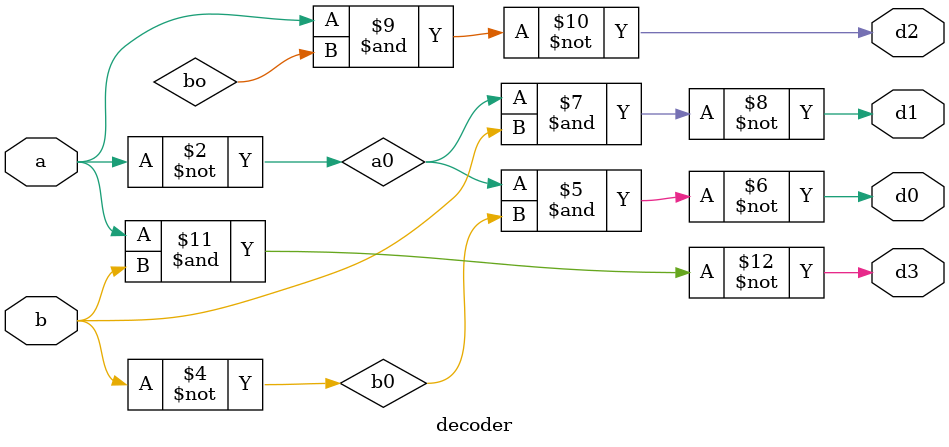
<source format=v>
module decoder(d0,d1,d2,d3,a,b);
 output d0,d1,d2,d3;
 input a,b;
 wire a0,b0;
nand n1(a0,a,a);
nand n2(b0,b,b);
nand n3(d0,a0,b0);
nand n4(d1,a0,b);
nand n5(d2,a,bo);
nand n6(d3,a,b);
endmodule
</source>
